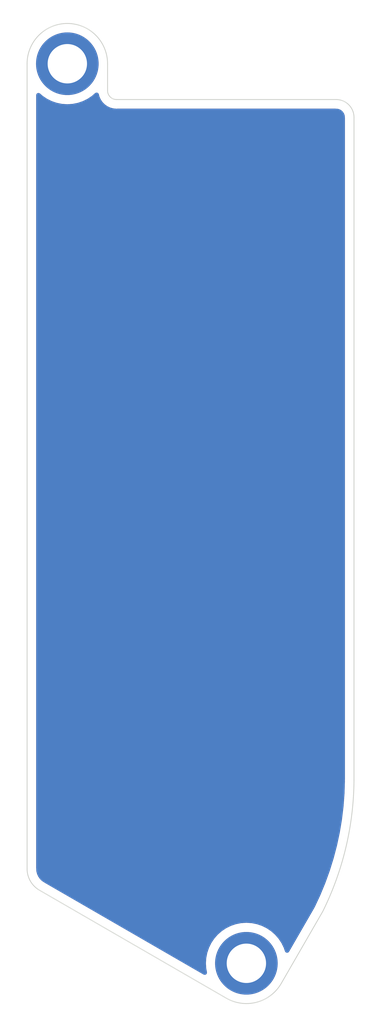
<source format=kicad_pcb>
(kicad_pcb (version 20211014) (generator pcbnew)
  (title_block (title "Swoop MX") (date "2021-12-10") (rev "0.1") (company "jmnw"))
  (layers (0 "F.Cu" signal) (31 "B.Cu" signal) (34 "B.Paste" user) (35 "F.Paste" user) (36 "B.SilkS" user "B.Silkscreen") (37 "F.SilkS" user "F.Silkscreen") (38 "B.Mask" user) (39 "F.Mask" user) (44 "Edge.Cuts" user))
  (net 0 "")
  (footprint "swoop:M2_hole_3.5mm" (layer "F.Cu") (at 160.228958 87.634633)
    (fp_text reference "Ref**" hide)
    (fp_text value "Val**" hide)
    (pad "" thru_hole circle (at 0 0) (size 3.5 3.5) (drill 2.2) (layers *.Cu *.Mask))
  )
  (footprint "swoop:M2_hole_3.5mm" (layer "F.Cu") (at 170.241833 137.890539)
    (fp_text reference "Ref**" hide)
    (fp_text value "Val**" hide)
    (pad "" thru_hole circle (at 0 0) (size 3.5 3.5) (drill 2.2) (layers *.Cu *.Mask))
  )
  (gr_line (start 162.979067 89.63452) (end 175.260003 89.634348) (layer "Edge.Cuts") (width 0.05))
  (gr_line (start 176.260009 90.634345) (end 176.2599 127.668909) (layer "Edge.Cuts") (width 0.05))
  (gr_arc (start 160.228903 85.384454) (mid 161.819935 86.043516) (end 162.478889 87.634592) (layer "Edge.Cuts") (width 0.05))
  (gr_arc (start 172.190958 139.01532) (mid 170.824674 140.06364) (end 169.11729 139.838807) (layer "Edge.Cuts") (width 0.05))
  (gr_arc (start 162.979067 89.63452) (mid 162.625512 89.488075) (end 162.479063 89.134522) (layer "Edge.Cuts") (width 0.05))
  (gr_arc (start 157.978766 87.634445) (mid 158.637846 86.043431) (end 160.228903 85.384454) (layer "Edge.Cuts") (width 0.05))
  (gr_line (start 162.478889 87.634592) (end 162.479063 89.134522) (layer "Edge.Cuts") (width 0.05))
  (gr_arc (start 175.260003 89.634348) (mid 175.96711 89.927241) (end 176.260009 90.634345) (layer "Edge.Cuts") (width 0.05))
  (gr_line (start 169.11729 139.838807) (end 158.671478 133.808178) (layer "Edge.Cuts") (width 0.05))
  (gr_arc (start 158.671478 133.808178) (mid 158.164297 133.301) (end 157.978654 132.60818) (layer "Edge.Cuts") (width 0.05))
  (gr_arc (start 176.2599 127.668909) (mid 175.802813 131.430259) (end 174.513208 134.993067) (layer "Edge.Cuts") (width 0.05))
  (gr_line (start 172.190958 139.01532) (end 174.513208 134.993067) (layer "Edge.Cuts") (width 0.05))
  (gr_line (start 157.978766 87.634445) (end 157.978654 132.60818) (layer "Edge.Cuts") (width 0.05))
  (zone (net 0) (net_name "") (layers F&B.Cu) (connect_pads (clearance 0.508)) (min_thickness 0.254) (fill yes (thermal_gap 0.508) (thermal_bridge_width 0.508) (island_removal_mode 1) (island_area_min 0))
    (polygon (pts (xy 177.546 141.224) (xy 156.464 141.224) (xy 156.464 84.074) (xy 177.546 84.074)))
  )
)
</source>
